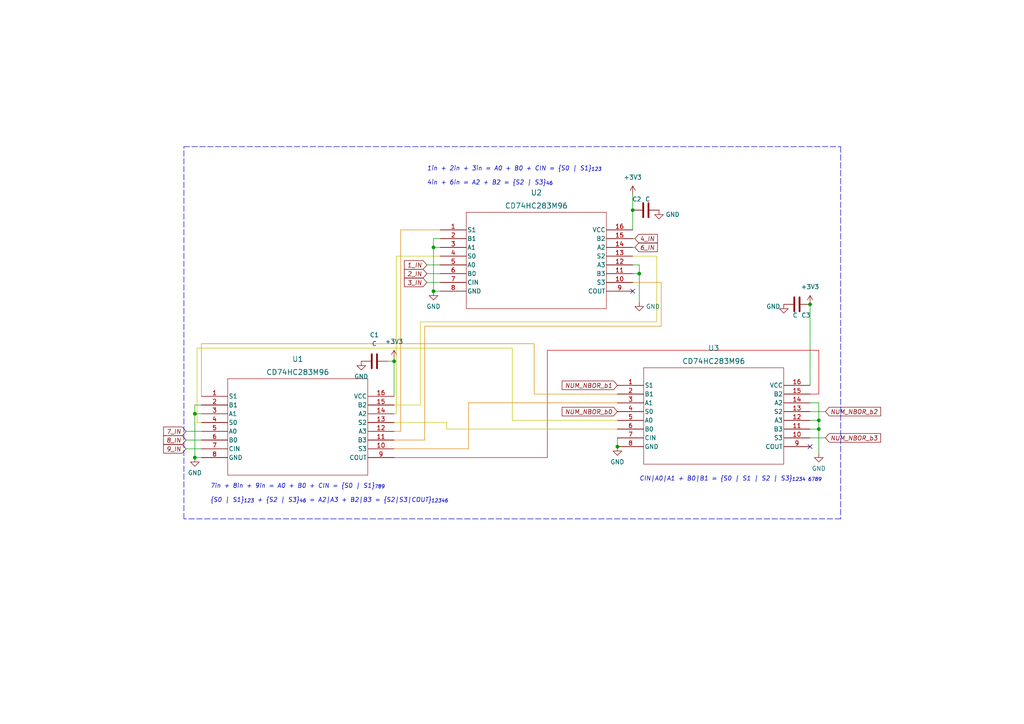
<source format=kicad_sch>
(kicad_sch (version 20211123) (generator eeschema)
  (paper "A4")
  (lib_symbols
    (symbol "CD74HC283M96_1" (pin_names (offset 0.254))
      (property "Reference" "U" (at 27.94 10.16 0))
      (property "Value" "CD74HC283M96_1" (at 27.94 7.62 0))
      (symbol "CD74HC283M96_1_0_1"
        (polyline (pts (xy 7.62 -22.86) (xy 48.26 -22.86)) (stroke (width 0.127)))
        (polyline (pts (xy 7.62 5.08) (xy 7.62 -22.86)) (stroke (width 0.127)))
        (polyline (pts (xy 48.26 -22.86) (xy 48.26 5.08)) (stroke (width 0.127)))
        (polyline (pts (xy 48.26 5.08) (xy 7.62 5.08)) (stroke (width 0.127)))
        (pin output line (at 0 0 0) (length 7.62) (name "S1") (number "1"))
        (pin output line (at 55.88 -15.24 180) (length 7.62) (name "S3") (number "10"))
        (pin input line (at 55.88 -12.7 180) (length 7.62) (name "B3") (number "11"))
        (pin input line (at 55.88 -10.16 180) (length 7.62) (name "A3") (number "12"))
        (pin output line (at 55.88 -7.62 180) (length 7.62) (name "S2") (number "13"))
        (pin input line (at 55.88 -5.08 180) (length 7.62) (name "A2") (number "14"))
        (pin input line (at 55.88 -2.54 180) (length 7.62) (name "B2") (number "15"))
        (pin power_in line (at 55.88 0 180) (length 7.62) (name "VCC") (number "16"))
        (pin input line (at 0 -2.54 0) (length 7.62) (name "B1") (number "2"))
        (pin input line (at 0 -5.08 0) (length 7.62) (name "A1") (number "3"))
        (pin output line (at 0 -7.62 0) (length 7.62) (name "S0") (number "4"))
        (pin input line (at 0 -10.16 0) (length 7.62) (name "A0") (number "5"))
        (pin input line (at 0 -12.7 0) (length 7.62) (name "B0") (number "6"))
        (pin input line (at 0 -15.24 0) (length 7.62) (name "CIN") (number "7"))
        (pin power_in line (at 0 -17.78 0) (length 7.62) (name "GND") (number "8"))
        (pin output line (at 55.88 -17.78 180) (length 7.62) (name "COUT") (number "9"))
      )
    )
    (symbol "CD74HC283M96_4bit_adder:CD74HC283M96" (pin_names (offset 0.254))
      (property "Reference" "U" (at 27.94 10.16 0))
      (property "Value" "CD74HC283M96" (at 27.94 7.62 0))
      (symbol "CD74HC283M96_0_1"
        (polyline (pts (xy 7.62 -22.86) (xy 48.26 -22.86)) (stroke (width 0.127)))
        (polyline (pts (xy 7.62 5.08) (xy 7.62 -22.86)) (stroke (width 0.127)))
        (polyline (pts (xy 48.26 -22.86) (xy 48.26 5.08)) (stroke (width 0.127)))
        (polyline (pts (xy 48.26 5.08) (xy 7.62 5.08)) (stroke (width 0.127)))
        (pin output line (at 0 0 0) (length 7.62) (name "S1") (number "1"))
        (pin output line (at 55.88 -15.24 180) (length 7.62) (name "S3") (number "10"))
        (pin input line (at 55.88 -12.7 180) (length 7.62) (name "B3") (number "11"))
        (pin input line (at 55.88 -10.16 180) (length 7.62) (name "A3") (number "12"))
        (pin output line (at 55.88 -7.62 180) (length 7.62) (name "S2") (number "13"))
        (pin input line (at 55.88 -5.08 180) (length 7.62) (name "A2") (number "14"))
        (pin input line (at 55.88 -2.54 180) (length 7.62) (name "B2") (number "15"))
        (pin power_in line (at 55.88 0 180) (length 7.62) (name "VCC") (number "16"))
        (pin input line (at 0 -2.54 0) (length 7.62) (name "B1") (number "2"))
        (pin input line (at 0 -5.08 0) (length 7.62) (name "A1") (number "3"))
        (pin output line (at 0 -7.62 0) (length 7.62) (name "S0") (number "4"))
        (pin input line (at 0 -10.16 0) (length 7.62) (name "A0") (number "5"))
        (pin input line (at 0 -12.7 0) (length 7.62) (name "B0") (number "6"))
        (pin output line (at 0 -15.24 0) (length 7.62) (name "CIN") (number "7"))
        (pin power_in line (at 0 -17.78 0) (length 7.62) (name "GND") (number "8"))
        (pin output line (at 55.88 -17.78 180) (length 7.62) (name "COUT") (number "9"))
      )
    )
    (symbol "Device:C" (pin_numbers hide) (pin_names (offset 0.254))
      (property "Reference" "C" (at 0.635 2.54 0))
      (property "Value" "C" (at 0.635 -2.54 0))
      (symbol "C_0_1"
        (polyline (pts (xy -2.032 -0.762) (xy 2.032 -0.762)) (stroke (width 0.508)))
        (polyline (pts (xy -2.032 0.762) (xy 2.032 0.762)) (stroke (width 0.508)))
      )
      (symbol "C_1_1"
        (pin passive line (at 0 3.81 270) (length 2.794) (name "~") (number "1"))
        (pin passive line (at 0 -3.81 90) (length 2.794) (name "~") (number "2"))
      )
    )
    (symbol "power:+3.3V" (power) (pin_names (offset 0))
      (property "Value" "+3.3V" (at 0 3.556 0))
      (symbol "+3.3V_0_1"
        (polyline (pts (xy -0.762 1.27) (xy 0 2.54)))
        (polyline (pts (xy 0 0) (xy 0 2.54)))
        (polyline (pts (xy 0 2.54) (xy 0.762 1.27)))
      )
      (symbol "+3.3V_1_1"
        (pin power_in line (at 0 0 90) (length 0) hide (name "+3V3") (number "1"))
      )
    )
    (symbol "power:GND" (power) (pin_names (offset 0))
      (property "Value" "GND" (at 0 -3.81 0))
      (symbol "GND_0_1"
        (polyline (pts (xy 0 0) (xy 0 -1.27) (xy 1.27 -1.27) (xy 0 -2.54) (xy -1.27 -1.27) (xy 0 -1.27)))
      )
      (symbol "GND_1_1"
        (pin power_in line (at 0 0 270) (length 0) hide (name "GND") (number "1"))
      )
    )
  )
  (junction (at 114.3 104.775))
  (junction (at 179.07 129.54))
  (junction (at 237.49 121.92))
  (junction (at 185.42 79.375))
  (junction (at 237.49 124.46))
  (junction (at 56.515 120.015))
  (junction (at 234.95 88.265))
  (junction (at 183.515 60.96))
  (junction (at 56.515 132.715))
  (junction (at 125.73 84.455))
  (junction (at 125.73 71.755))
  (no_connect (at 183.515 84.455))
  (no_connect (at 234.95 129.54))
  (wire (pts (xy 183.515 81.915) (xy 191.77 81.915)) (stroke (width 0) (color 221 133 0 1)))
  (polyline (pts (xy 243.84 150.495) (xy 53.34 150.495)))
  (wire (pts (xy 154.94 99.695) (xy 154.94 114.3)) (stroke (width 0) (color 221 133 0 1)))
  (polyline (pts (xy 53.34 150.495) (xy 53.34 42.545)))
  (wire (pts (xy 127.635 74.295) (xy 114.935 74.295)) (stroke (width 0) (color 194 194 0 1)))
  (wire (pts (xy 191.77 94.615) (xy 123.19 94.615)) (stroke (width 0) (color 221 133 0 1)))
  (wire (pts (xy 58.42 122.555) (xy 57.15 122.555)) (stroke (width 0) (color 194 194 0 1)))
  (wire (pts (xy 116.205 125.095) (xy 114.3 125.095)) (stroke (width 0) (color 221 133 0 1)))
  (wire (pts (xy 158.75 132.715) (xy 158.75 101.6)) (stroke (width 0) (color 194 0 0 1)))
  (wire (pts (xy 237.49 116.84) (xy 234.95 116.84)))
  (polyline (pts (xy 53.34 42.545) (xy 243.84 42.545)))
  (wire (pts (xy 53.975 127.635) (xy 58.42 127.635)))
  (wire (pts (xy 58.42 114.935) (xy 58.42 99.695)) (stroke (width 0) (color 221 133 0 1)))
  (wire (pts (xy 179.07 116.84) (xy 135.89 116.84)) (stroke (width 0) (color 221 133 0 1)))
  (wire (pts (xy 112.395 104.775) (xy 114.3 104.775)))
  (wire (pts (xy 135.89 116.84) (xy 135.89 130.175)) (stroke (width 0) (color 221 133 0 1)))
  (wire (pts (xy 158.75 101.6) (xy 237.49 101.6)) (stroke (width 0) (color 194 0 0 1)))
  (wire (pts (xy 237.49 124.46) (xy 237.49 131.445)))
  (wire (pts (xy 121.92 117.475) (xy 114.3 117.475)) (stroke (width 0) (color 194 194 0 1)))
  (wire (pts (xy 237.49 101.6) (xy 237.49 114.3)) (stroke (width 0) (color 194 0 0 1)))
  (wire (pts (xy 114.3 130.175) (xy 135.89 130.175)) (stroke (width 0) (color 221 133 0 1)))
  (wire (pts (xy 53.975 125.095) (xy 58.42 125.095)))
  (wire (pts (xy 125.73 71.755) (xy 125.73 84.455)))
  (wire (pts (xy 58.42 99.695) (xy 154.94 99.695)) (stroke (width 0) (color 221 133 0 1)))
  (wire (pts (xy 114.3 104.775) (xy 114.3 114.935)))
  (wire (pts (xy 121.92 93.345) (xy 121.92 117.475)) (stroke (width 0) (color 194 194 0 1)))
  (wire (pts (xy 179.07 127) (xy 179.07 129.54)))
  (wire (pts (xy 116.205 66.675) (xy 116.205 125.095)) (stroke (width 0) (color 221 133 0 1)))
  (wire (pts (xy 53.975 130.175) (xy 58.42 130.175)))
  (wire (pts (xy 183.515 60.96) (xy 183.515 66.675)))
  (wire (pts (xy 123.825 76.835) (xy 127.635 76.835)))
  (wire (pts (xy 184.15 71.755) (xy 183.515 71.755)))
  (wire (pts (xy 184.15 69.215) (xy 183.515 69.215)))
  (wire (pts (xy 123.19 94.615) (xy 123.19 127.635)) (stroke (width 0) (color 221 133 0 1)))
  (wire (pts (xy 183.515 79.375) (xy 185.42 79.375)))
  (wire (pts (xy 185.42 76.835) (xy 185.42 79.375)))
  (wire (pts (xy 237.49 114.3) (xy 234.95 114.3)) (stroke (width 0) (color 194 0 0 1)))
  (wire (pts (xy 123.825 79.375) (xy 127.635 79.375)))
  (wire (pts (xy 234.95 124.46) (xy 237.49 124.46)))
  (wire (pts (xy 191.77 81.915) (xy 191.77 94.615)) (stroke (width 0) (color 221 133 0 1)))
  (wire (pts (xy 129.54 124.46) (xy 129.54 122.555)) (stroke (width 0) (color 194 194 0 1)))
  (wire (pts (xy 56.515 117.475) (xy 56.515 120.015)))
  (wire (pts (xy 123.19 127.635) (xy 114.3 127.635)) (stroke (width 0) (color 221 133 0 1)))
  (polyline (pts (xy 243.84 42.545) (xy 243.84 150.495)))
  (wire (pts (xy 125.73 69.215) (xy 125.73 71.755)))
  (wire (pts (xy 179.07 124.46) (xy 129.54 124.46)) (stroke (width 0) (color 194 194 0 1)))
  (wire (pts (xy 183.515 56.515) (xy 183.515 60.96)))
  (wire (pts (xy 237.49 116.84) (xy 237.49 121.92)))
  (wire (pts (xy 190.5 74.295) (xy 190.5 93.345)) (stroke (width 0) (color 194 194 0 1)))
  (wire (pts (xy 185.42 79.375) (xy 185.42 87.63)))
  (wire (pts (xy 123.825 81.915) (xy 127.635 81.915)))
  (wire (pts (xy 58.42 120.015) (xy 56.515 120.015)))
  (wire (pts (xy 127.635 71.755) (xy 125.73 71.755)))
  (wire (pts (xy 114.3 104.14) (xy 114.3 104.775)))
  (wire (pts (xy 234.95 121.92) (xy 237.49 121.92)))
  (wire (pts (xy 127.635 69.215) (xy 125.73 69.215)))
  (wire (pts (xy 183.515 74.295) (xy 190.5 74.295)) (stroke (width 0) (color 194 194 0 1)))
  (wire (pts (xy 190.5 93.345) (xy 121.92 93.345)) (stroke (width 0) (color 194 194 0 1)))
  (wire (pts (xy 57.15 122.555) (xy 57.15 100.965)) (stroke (width 0) (color 194 194 0 1)))
  (wire (pts (xy 125.73 84.455) (xy 127.635 84.455)))
  (wire (pts (xy 114.3 132.715) (xy 158.75 132.715)) (stroke (width 0) (color 194 0 0 1)))
  (wire (pts (xy 239.395 127) (xy 234.95 127)))
  (wire (pts (xy 179.07 121.92) (xy 148.59 121.92)) (stroke (width 0) (color 194 194 0 1)))
  (wire (pts (xy 56.515 132.715) (xy 58.42 132.715)))
  (wire (pts (xy 148.59 100.965) (xy 148.59 121.92)) (stroke (width 0) (color 194 194 0 1)))
  (wire (pts (xy 56.515 117.475) (xy 58.42 117.475)))
  (wire (pts (xy 114.3 122.555) (xy 129.54 122.555)) (stroke (width 0) (color 194 194 0 1)))
  (wire (pts (xy 114.935 120.015) (xy 114.3 120.015)) (stroke (width 0) (color 194 194 0 1)))
  (wire (pts (xy 183.515 76.835) (xy 185.42 76.835)))
  (wire (pts (xy 127.635 66.675) (xy 116.205 66.675)) (stroke (width 0) (color 221 133 0 1)))
  (wire (pts (xy 239.395 119.38) (xy 234.95 119.38)))
  (wire (pts (xy 56.515 120.015) (xy 56.515 132.715)))
  (wire (pts (xy 57.15 100.965) (xy 148.59 100.965)) (stroke (width 0) (color 194 194 0 1)))
  (wire (pts (xy 154.94 114.3) (xy 179.07 114.3)) (stroke (width 0) (color 221 133 0 1)))
  (wire (pts (xy 234.95 88.265) (xy 234.95 111.76)))
  (wire (pts (xy 114.935 74.295) (xy 114.935 120.015)) (stroke (width 0) (color 194 194 0 1)))
  (wire (pts (xy 237.49 121.92) (xy 237.49 124.46)))
  (text "CIN|A0|A1 + B0|B1 = {S0 | S1 | S2 | S3}_{1234 6789}" (at 185.42 139.7 0) (effects (font (size 1.27 1.27) italic) (justify left bottom)))
  (text "1in + 2in + 3in = A0 + B0 + CIN = {S0 | S1}_{123}\n\n4in + 6in = A2 + B2 = {S2 | S3}_{46}\n\n" (at 123.825 55.88 0) (effects (font (size 1.27 1.27) italic) (justify left bottom)))
  (text "7in + 8in + 9in = A0 + B0 + CIN = {S0 | S1}_{789}\n\n{S0 | S1}_{123} + {S2 | S3}_{46} = A2|A3 + B2|B3 = {S2|S3|COUT}_{12346}\n\n" (at 60.96 147.955 0) (effects (font (size 1.27 1.27) italic) (justify left bottom)))
  (global_label "NUM_NBOR_b0" (shape input) (at 179.07 119.38 180) (effects (font italic)) (property "Intersheet References" "${INTERSHEET_REFS}" (effects hide)))
  (global_label "2_IN" (shape input) (at 123.825 79.375 180) (effects (font italic)) (property "Intersheet References" "${INTERSHEET_REFS}" (effects hide)))
  (global_label "NUM_NBOR_b1" (shape input) (at 179.07 111.76 180) (effects (font italic)) (property "Intersheet References" "${INTERSHEET_REFS}" (effects hide)))
  (global_label "6_IN" (shape input) (at 184.15 71.755 0) (effects (font italic)) (property "Intersheet References" "${INTERSHEET_REFS}" (effects hide)))
  (global_label "7_IN" (shape input) (at 53.975 125.095 180) (effects (font italic)) (property "Intersheet References" "${INTERSHEET_REFS}" (effects hide)))
  (global_label "NUM_NBOR_b2" (shape input) (at 239.395 119.38 0) (effects (font italic)) (property "Intersheet References" "${INTERSHEET_REFS}" (effects hide)))
  (global_label "8_IN" (shape input) (at 53.975 127.635 180) (effects (font italic)) (property "Intersheet References" "${INTERSHEET_REFS}" (effects hide)))
  (global_label "3_IN" (shape input) (at 123.825 81.915 180) (effects (font italic)) (property "Intersheet References" "${INTERSHEET_REFS}" (effects hide)))
  (global_label "NUM_NBOR_b3" (shape input) (at 239.395 127 0) (effects (font italic)) (property "Intersheet References" "${INTERSHEET_REFS}" (effects hide)))
  (global_label "4_IN" (shape input) (at 184.15 69.215 0) (effects (font italic)) (property "Intersheet References" "${INTERSHEET_REFS}" (effects hide)))
  (global_label "1_IN" (shape input) (at 123.825 76.835 180) (effects (font italic)) (property "Intersheet References" "${INTERSHEET_REFS}" (effects hide)))
  (global_label "9_IN" (shape input) (at 53.975 130.175 180) (effects (font italic)) (property "Intersheet References" "${INTERSHEET_REFS}" (effects hide)))
  (symbol (lib_id "power:GND") (at 227.33 88.265 0) (unit 1)
    (property "Reference" "#PWR016" (effects hide))
    (property "Value" "GND" (at 222.25 88.9 0) (effects (justify left)))
  )
  (symbol (lib_id "Device:C") (at 108.585 104.775 90) (unit 1)
    (property "Reference" "C1" (at 108.585 97.155 90))
    (property "Value" "C" (at 108.585 99.695 90))
    (property "Footprint" "Capacitor_SMD:C_1206_3216Metric_Pad1.33x1.80mm_HandSolder" (effects hide))
  )
  (symbol (lib_id "power:GND") (at 179.07 129.54 0) (unit 1)
    (property "Reference" "#PWR013" (effects hide))
    (property "Value" "GND" (at 179.07 133.985 0))
  )
  (symbol (lib_id "power:+3.3V") (at 183.515 56.515 0) (unit 1)
    (property "Reference" "#PWR014" (effects hide))
    (property "Value" "+3.3V" (at 183.515 51.435 0))
  )
  (symbol (lib_id "CD74HC283M96_4bit_adder:CD74HC283M96") (at 127.635 66.675 0) (unit 1)
    (property "Reference" "U2" (at 155.575 55.88 0) (effects (font (size 1.524 1.524))))
    (property "Value" "CD74HC283M96" (at 155.575 59.69 0) (effects (font (size 1.524 1.524))))
    (property "Footprint" "footprints:CD74HC283M96_4bit_adder_D16-L" (effects hide))
    (property "Datasheet" "https://www.ti.com/lit/gpn/cd74hc283" (effects hide))
  )
  (symbol (lib_id "power:GND") (at 56.515 132.715 0) (unit 1)
    (property "Reference" "#PWR09" (effects hide))
    (property "Value" "GND" (at 56.515 137.16 0))
  )
  (symbol (lib_id "power:GND") (at 237.49 131.445 0) (unit 1)
    (property "Reference" "#PWR0112" (effects hide))
    (property "Value" "GND" (at 237.49 135.89 0))
  )
  (symbol (lib_id "power:GND") (at 185.42 87.63 0) (unit 1)
    (property "Reference" "#PWR0113" (effects hide))
    (property "Value" "GND" (at 187.325 88.8999 0) (effects (justify left)))
  )
  (symbol (lib_id "Device:C") (at 187.325 60.96 90) (unit 1)
    (property "Reference" "C2" (at 186.0549 57.785 90) (effects (justify left)))
    (property "Value" "C" (at 188.5949 57.785 90) (effects (justify left)))
    (property "Footprint" "Capacitor_SMD:C_1206_3216Metric_Pad1.33x1.80mm_HandSolder" (effects hide))
  )
  (symbol (lib_id "power:GND") (at 191.135 60.96 0) (unit 1)
    (property "Reference" "#PWR015" (effects hide))
    (property "Value" "GND" (at 193.04 62.2299 0) (effects (justify left)))
  )
  (symbol (lib_id "power:+3.3V") (at 114.3 104.14 0) (unit 1)
    (property "Reference" "#PWR011" (effects hide))
    (property "Value" "+3.3V" (at 114.3 99.06 0))
  )
  (symbol (lib_id "CD74HC283M96_4bit_adder:CD74HC283M96") (at 58.42 114.935 0) (unit 1)
    (property "Reference" "U1" (at 86.36 104.14 0) (effects (font (size 1.524 1.524))))
    (property "Value" "CD74HC283M96" (at 86.36 107.95 0) (effects (font (size 1.524 1.524))))
    (property "Footprint" "footprints:CD74HC283M96_4bit_adder_D16-L" (effects hide))
    (property "Datasheet" "https://www.ti.com/lit/gpn/cd74hc283" (effects hide))
  )
  (symbol (lib_name "CD74HC283M96_1") (lib_id "CD74HC283M96_4bit_adder:CD74HC283M96") (at 179.07 111.76 0) (unit 1)
    (property "Reference" "U3" (at 207.01 100.965 0) (effects (font (size 1.524 1.524))))
    (property "Value" "CD74HC283M96" (at 207.01 104.775 0) (effects (font (size 1.524 1.524))))
    (property "Footprint" "footprints:CD74HC283M96_4bit_adder_D16-L" (effects hide))
    (property "Datasheet" "https://www.ti.com/lit/gpn/cd74hc283" (effects hide))
  )
  (symbol (lib_id "power:+3.3V") (at 234.95 88.265 0) (unit 1)
    (property "Reference" "#PWR017" (effects hide))
    (property "Value" "+3.3V" (at 234.95 83.185 0))
  )
  (symbol (lib_id "power:GND") (at 104.775 104.775 0) (unit 1)
    (property "Reference" "#PWR010" (effects hide))
    (property "Value" "GND" (at 104.775 109.22 0))
  )
  (symbol (lib_id "power:GND") (at 125.73 84.455 0) (unit 1)
    (property "Reference" "#PWR012" (effects hide))
    (property "Value" "GND" (at 125.73 88.9 0))
  )
  (symbol (lib_id "Device:C") (at 231.14 88.265 270) (unit 1)
    (property "Reference" "C3" (at 232.4101 91.44 90) (effects (justify left)))
    (property "Value" "C" (at 229.8701 91.44 90) (effects (justify left)))
    (property "Footprint" "Capacitor_SMD:C_1206_3216Metric_Pad1.33x1.80mm_HandSolder" (effects hide))
  )
)
</source>
